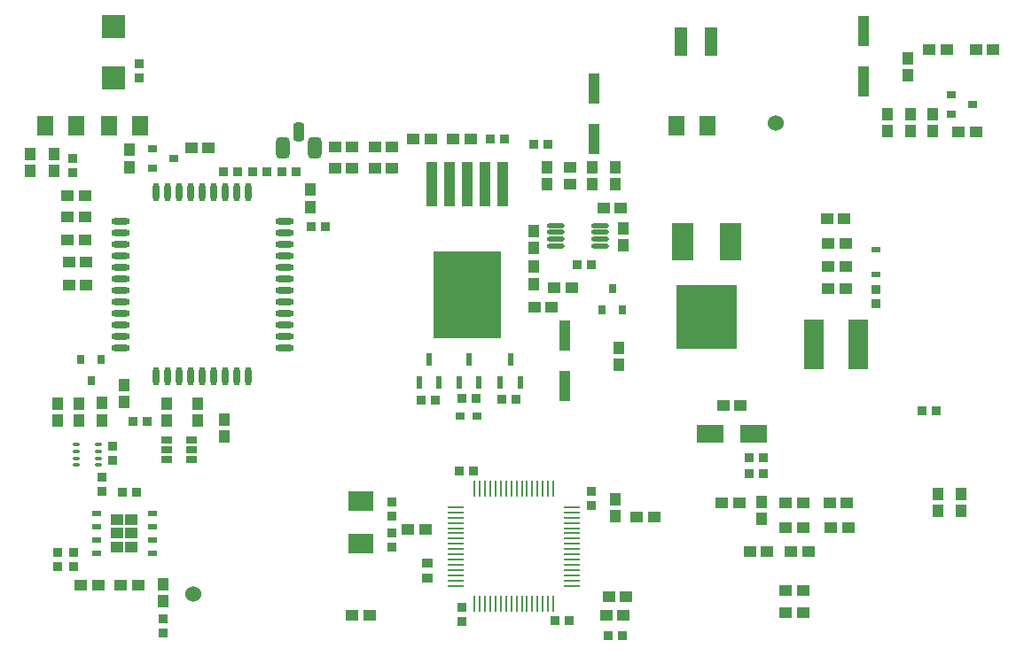
<source format=gtp>
G04 Layer_Color=7318015*
%FSLAX25Y25*%
%MOIN*%
G70*
G01*
G75*
%ADD10O,0.02362X0.07087*%
%ADD11O,0.07087X0.02362*%
%ADD12R,0.25197X0.32677*%
%ADD13R,0.03937X0.16535*%
%ADD14O,0.06102X0.00984*%
%ADD15O,0.00984X0.06102*%
%ADD16R,0.02362X0.04724*%
%ADD18R,0.03780X0.01969*%
%ADD19R,0.04921X0.10630*%
%ADD20R,0.04528X0.04134*%
%ADD21R,0.07480X0.18898*%
%ADD22R,0.05906X0.07480*%
%ADD23R,0.10433X0.06890*%
%ADD24R,0.09449X0.07480*%
%ADD25R,0.03268X0.02480*%
%ADD26O,0.06693X0.01772*%
G04:AMPARAMS|DCode=27|XSize=39.37mil|YSize=70.87mil|CornerRadius=9.84mil|HoleSize=0mil|Usage=FLASHONLY|Rotation=180.000|XOffset=0mil|YOffset=0mil|HoleType=Round|Shape=RoundedRectangle|*
%AMROUNDEDRECTD27*
21,1,0.03937,0.05118,0,0,180.0*
21,1,0.01969,0.07087,0,0,180.0*
1,1,0.01969,-0.00984,0.02559*
1,1,0.01969,0.00984,0.02559*
1,1,0.01969,0.00984,-0.02559*
1,1,0.01969,-0.00984,-0.02559*
%
%ADD27ROUNDEDRECTD27*%
G04:AMPARAMS|DCode=28|XSize=51.18mil|YSize=78.74mil|CornerRadius=12.8mil|HoleSize=0mil|Usage=FLASHONLY|Rotation=180.000|XOffset=0mil|YOffset=0mil|HoleType=Round|Shape=RoundedRectangle|*
%AMROUNDEDRECTD28*
21,1,0.05118,0.05315,0,0,180.0*
21,1,0.02559,0.07874,0,0,180.0*
1,1,0.02559,-0.01280,0.02658*
1,1,0.02559,0.01280,0.02658*
1,1,0.02559,0.01280,-0.02658*
1,1,0.02559,-0.01280,-0.02658*
%
%ADD28ROUNDEDRECTD28*%
%ADD29R,0.08898X0.08504*%
%ADD30R,0.03150X0.03543*%
%ADD31R,0.04000X0.11700*%
%ADD32C,0.06000*%
%ADD33R,0.03740X0.02756*%
%ADD34R,0.04331X0.02559*%
G04:AMPARAMS|DCode=35|XSize=13.78mil|YSize=23.62mil|CornerRadius=3.45mil|HoleSize=0mil|Usage=FLASHONLY|Rotation=90.000|XOffset=0mil|YOffset=0mil|HoleType=Round|Shape=RoundedRectangle|*
%AMROUNDEDRECTD35*
21,1,0.01378,0.01673,0,0,90.0*
21,1,0.00689,0.02362,0,0,90.0*
1,1,0.00689,0.00837,0.00345*
1,1,0.00689,0.00837,-0.00345*
1,1,0.00689,-0.00837,-0.00345*
1,1,0.00689,-0.00837,0.00345*
%
%ADD35ROUNDEDRECTD35*%
%ADD36R,0.22835X0.24410*%
%ADD37R,0.07874X0.14173*%
%ADD38R,0.06102X0.07480*%
%ADD39R,0.03740X0.03347*%
%ADD40R,0.04134X0.03740*%
%ADD41R,0.04134X0.04528*%
%ADD42R,0.03347X0.03740*%
%ADD43R,0.03543X0.03150*%
%ADD86R,0.04685X0.04331*%
D10*
X1772913Y1082327D02*
D03*
X1777244D02*
D03*
X1781575D02*
D03*
X1785905D02*
D03*
X1790236D02*
D03*
X1794567D02*
D03*
X1798898D02*
D03*
X1803228D02*
D03*
Y1013035D02*
D03*
X1798898D02*
D03*
X1794567D02*
D03*
X1790236D02*
D03*
X1785905D02*
D03*
X1781575D02*
D03*
X1777244D02*
D03*
X1772913D02*
D03*
X1768583D02*
D03*
Y1082327D02*
D03*
D11*
X1816811Y1071500D02*
D03*
Y1067169D02*
D03*
Y1062839D02*
D03*
Y1058508D02*
D03*
Y1054177D02*
D03*
Y1049846D02*
D03*
Y1045516D02*
D03*
Y1041185D02*
D03*
Y1036854D02*
D03*
Y1032524D02*
D03*
Y1028193D02*
D03*
Y1023862D02*
D03*
X1755000D02*
D03*
Y1028193D02*
D03*
Y1032524D02*
D03*
Y1036854D02*
D03*
Y1041185D02*
D03*
Y1045516D02*
D03*
Y1049846D02*
D03*
Y1054177D02*
D03*
Y1058508D02*
D03*
Y1062839D02*
D03*
Y1067169D02*
D03*
Y1071500D02*
D03*
D12*
X1885500Y1043768D02*
D03*
D13*
X1872114Y1085303D02*
D03*
X1878807D02*
D03*
X1885500D02*
D03*
X1892193D02*
D03*
X1898886D02*
D03*
D14*
X1881248Y963764D02*
D03*
Y961795D02*
D03*
Y959827D02*
D03*
Y957858D02*
D03*
Y955890D02*
D03*
Y953921D02*
D03*
Y951953D02*
D03*
Y949984D02*
D03*
Y948016D02*
D03*
Y946047D02*
D03*
Y944079D02*
D03*
Y942110D02*
D03*
Y940142D02*
D03*
Y938173D02*
D03*
Y936205D02*
D03*
Y934236D02*
D03*
X1924752D02*
D03*
Y936205D02*
D03*
Y938173D02*
D03*
Y940142D02*
D03*
Y942110D02*
D03*
Y944079D02*
D03*
Y946047D02*
D03*
Y948016D02*
D03*
Y949984D02*
D03*
Y951953D02*
D03*
Y953921D02*
D03*
Y955890D02*
D03*
Y957858D02*
D03*
Y959827D02*
D03*
Y961795D02*
D03*
Y963764D02*
D03*
D15*
X1888236Y927248D02*
D03*
X1890205D02*
D03*
X1892173D02*
D03*
X1894142D02*
D03*
X1896110D02*
D03*
X1898079D02*
D03*
X1900047D02*
D03*
X1902016D02*
D03*
X1903984D02*
D03*
X1905953D02*
D03*
X1907921D02*
D03*
X1909890D02*
D03*
X1911858D02*
D03*
X1913827D02*
D03*
X1915795D02*
D03*
X1917764D02*
D03*
Y970752D02*
D03*
X1915795D02*
D03*
X1913827D02*
D03*
X1911858D02*
D03*
X1909890D02*
D03*
X1907921D02*
D03*
X1905953D02*
D03*
X1903984D02*
D03*
X1902016D02*
D03*
X1900047D02*
D03*
X1898079D02*
D03*
X1896110D02*
D03*
X1894142D02*
D03*
X1892173D02*
D03*
X1890205D02*
D03*
X1888236D02*
D03*
D16*
X1882386Y1010843D02*
D03*
X1889866D02*
D03*
X1886126Y1019505D02*
D03*
X1901626D02*
D03*
X1905366Y1010843D02*
D03*
X1897886D02*
D03*
X1867386D02*
D03*
X1874866D02*
D03*
X1871126Y1019505D02*
D03*
D18*
X1767031Y946500D02*
D03*
Y951500D02*
D03*
Y956500D02*
D03*
Y961500D02*
D03*
X1745968Y946500D02*
D03*
Y951500D02*
D03*
Y956500D02*
D03*
Y961500D02*
D03*
D19*
X1977110Y1139000D02*
D03*
X1965890D02*
D03*
D20*
X1924000Y1085252D02*
D03*
Y1091748D02*
D03*
X2027748Y1046000D02*
D03*
X2021252D02*
D03*
X1863252Y955500D02*
D03*
X1869748D02*
D03*
X1871748Y1102500D02*
D03*
X1865252D02*
D03*
X1949252Y960000D02*
D03*
X1955748D02*
D03*
X1857248Y1099500D02*
D03*
X1850752D02*
D03*
X1857248Y1091500D02*
D03*
X1850752D02*
D03*
X1924748Y1046500D02*
D03*
X1918252D02*
D03*
X1944248Y923000D02*
D03*
X1937752D02*
D03*
X1880252Y1102500D02*
D03*
X1886748D02*
D03*
X1835752Y1091500D02*
D03*
X1842248D02*
D03*
X1835752Y1099500D02*
D03*
X1842248D02*
D03*
X2059252Y1136000D02*
D03*
X2065748D02*
D03*
X2027748Y1063000D02*
D03*
X2021252D02*
D03*
X1987748Y965500D02*
D03*
X1981252D02*
D03*
X1742248Y1047500D02*
D03*
X1735752D02*
D03*
X2011748Y956000D02*
D03*
X2005252D02*
D03*
X1742248Y1056000D02*
D03*
X1735752D02*
D03*
X1735252Y1064500D02*
D03*
X1741748D02*
D03*
X1735252Y1073000D02*
D03*
X1741748D02*
D03*
X2027248Y1072500D02*
D03*
X2020752D02*
D03*
X1991752Y947000D02*
D03*
X1998248D02*
D03*
X2028248Y965500D02*
D03*
X2021752D02*
D03*
X2011748Y924000D02*
D03*
X2005252D02*
D03*
X2011748Y965500D02*
D03*
X2005252D02*
D03*
X1746748Y934500D02*
D03*
X1740252D02*
D03*
X1755252D02*
D03*
X1761748D02*
D03*
X1848748Y923000D02*
D03*
X1842252D02*
D03*
X1945248Y930000D02*
D03*
X1938752D02*
D03*
X1936752Y1076500D02*
D03*
X1943248D02*
D03*
X2076752Y1136000D02*
D03*
X2083248D02*
D03*
X1788248Y1099000D02*
D03*
X1781752D02*
D03*
X1735252Y1081000D02*
D03*
X1741748D02*
D03*
X2076748Y1105000D02*
D03*
X2070252D02*
D03*
X2007252Y947000D02*
D03*
X2013748D02*
D03*
X2005252Y932500D02*
D03*
X2011748D02*
D03*
X2027748Y1054500D02*
D03*
X2021252D02*
D03*
X2022252Y956000D02*
D03*
X2028748D02*
D03*
X1917248Y1039000D02*
D03*
X1910752D02*
D03*
X1988248Y1002000D02*
D03*
X1981752D02*
D03*
D21*
X2015634Y1025000D02*
D03*
X2032366D02*
D03*
D22*
X1964095Y1107500D02*
D03*
X1975905D02*
D03*
D23*
X1976909Y991248D02*
D03*
X1993248D02*
D03*
D24*
X1845500Y966071D02*
D03*
Y949929D02*
D03*
D25*
X2039000Y1051276D02*
D03*
Y1060724D02*
D03*
D26*
X1918732Y1069839D02*
D03*
Y1067280D02*
D03*
Y1064721D02*
D03*
Y1062161D02*
D03*
X1935268Y1069839D02*
D03*
Y1067280D02*
D03*
Y1064721D02*
D03*
Y1062161D02*
D03*
D27*
X1822082Y1105020D02*
D03*
D28*
X1816177Y1098918D02*
D03*
X1827988D02*
D03*
D29*
X1752500Y1125354D02*
D03*
Y1144646D02*
D03*
D30*
X1936260Y1038063D02*
D03*
X1943740D02*
D03*
X1940000Y1045937D02*
D03*
X1747740Y1019437D02*
D03*
X1740260D02*
D03*
X1744000Y1011563D02*
D03*
D31*
X1933000Y1121474D02*
D03*
Y1102526D02*
D03*
X1922000Y1028474D02*
D03*
Y1009526D02*
D03*
X2034500Y1124026D02*
D03*
Y1142974D02*
D03*
D32*
X1782500Y931000D02*
D03*
X2001500Y1108500D02*
D03*
D33*
X1882752Y998000D02*
D03*
X1889248D02*
D03*
D34*
X1781724Y989240D02*
D03*
Y985500D02*
D03*
Y981760D02*
D03*
X1772276D02*
D03*
Y985500D02*
D03*
Y989240D02*
D03*
D35*
X1738268Y987339D02*
D03*
Y979661D02*
D03*
X1746732D02*
D03*
Y987339D02*
D03*
Y982220D02*
D03*
Y984779D02*
D03*
X1738268D02*
D03*
Y982220D02*
D03*
D36*
X1975500Y1035476D02*
D03*
D37*
X1966484Y1063823D02*
D03*
X1984516D02*
D03*
D38*
X1738307Y1107500D02*
D03*
X1726693D02*
D03*
X1750693D02*
D03*
X1762307D02*
D03*
D39*
X2039000Y1040343D02*
D03*
Y1045658D02*
D03*
X1731500Y941343D02*
D03*
Y946657D02*
D03*
X1737500Y941343D02*
D03*
Y946657D02*
D03*
X1737000Y1089843D02*
D03*
Y1095158D02*
D03*
X1762000Y1125342D02*
D03*
Y1130657D02*
D03*
X1857000Y954158D02*
D03*
Y948843D02*
D03*
X1883500Y926157D02*
D03*
Y920842D02*
D03*
X1932000Y964342D02*
D03*
Y969658D02*
D03*
X1857000Y965658D02*
D03*
Y960343D02*
D03*
X1748000Y975158D02*
D03*
Y969843D02*
D03*
X1752000Y986658D02*
D03*
Y981343D02*
D03*
X1771000Y921657D02*
D03*
Y916343D02*
D03*
D40*
X1870500Y942854D02*
D03*
Y937146D02*
D03*
D41*
X1739500Y1002748D02*
D03*
Y996252D02*
D03*
X1932500Y1091748D02*
D03*
Y1085252D02*
D03*
X1756500Y1003252D02*
D03*
Y1009748D02*
D03*
X1748000Y996500D02*
D03*
Y1002996D02*
D03*
X1941000Y960252D02*
D03*
Y966748D02*
D03*
X1915500Y1091748D02*
D03*
Y1085252D02*
D03*
X1730000Y1090252D02*
D03*
Y1096748D02*
D03*
X2060500Y1105252D02*
D03*
Y1111748D02*
D03*
X2062500Y968748D02*
D03*
Y962252D02*
D03*
X1942500Y1017252D02*
D03*
Y1023748D02*
D03*
X1758500Y1091752D02*
D03*
Y1098248D02*
D03*
X1826500Y1076752D02*
D03*
Y1083248D02*
D03*
X1772500Y1002748D02*
D03*
Y996252D02*
D03*
X1784000Y1002748D02*
D03*
Y996252D02*
D03*
X1794000Y996748D02*
D03*
Y990252D02*
D03*
X2043500Y1105252D02*
D03*
Y1111748D02*
D03*
X2051000Y1126252D02*
D03*
Y1132748D02*
D03*
X2052000Y1105252D02*
D03*
Y1111748D02*
D03*
X1996000Y965748D02*
D03*
Y959252D02*
D03*
X1721000Y1096748D02*
D03*
Y1090252D02*
D03*
X1944000Y1068748D02*
D03*
Y1062252D02*
D03*
X1910500Y1061252D02*
D03*
Y1067748D02*
D03*
X1941000Y1091748D02*
D03*
Y1085252D02*
D03*
X1910500Y1047752D02*
D03*
Y1054248D02*
D03*
X1731500Y1002748D02*
D03*
Y996252D02*
D03*
X2071000Y962252D02*
D03*
Y968748D02*
D03*
X1771000Y934748D02*
D03*
Y928252D02*
D03*
D42*
X1943657Y915500D02*
D03*
X1938342D02*
D03*
X1832158Y1069500D02*
D03*
X1826842D02*
D03*
X1759842Y996000D02*
D03*
X1765158D02*
D03*
X1755843Y969500D02*
D03*
X1761157D02*
D03*
X1815842Y1090000D02*
D03*
X1821157D02*
D03*
X1793843D02*
D03*
X1799158D02*
D03*
X2056343Y1000000D02*
D03*
X2061658D02*
D03*
X1810158Y1090000D02*
D03*
X1804843D02*
D03*
X1903658Y1004300D02*
D03*
X1898343D02*
D03*
X1883468Y1004674D02*
D03*
X1888783D02*
D03*
X1867969Y1004174D02*
D03*
X1873284D02*
D03*
X1910342Y1100500D02*
D03*
X1915657D02*
D03*
X1926842Y1055000D02*
D03*
X1932158D02*
D03*
X1899500Y1102500D02*
D03*
X1894185D02*
D03*
X1996658Y976500D02*
D03*
X1991343D02*
D03*
X1996658Y982500D02*
D03*
X1991343D02*
D03*
X1918343Y921000D02*
D03*
X1923657D02*
D03*
X1887658Y977500D02*
D03*
X1882343D02*
D03*
D43*
X2075437Y1115500D02*
D03*
X2067563Y1111760D02*
D03*
Y1119240D02*
D03*
X1774937Y1095000D02*
D03*
X1767063Y1091260D02*
D03*
Y1098740D02*
D03*
D86*
X1759236Y948882D02*
D03*
Y954000D02*
D03*
Y959118D02*
D03*
X1753764Y948882D02*
D03*
Y954000D02*
D03*
Y959118D02*
D03*
M02*

</source>
